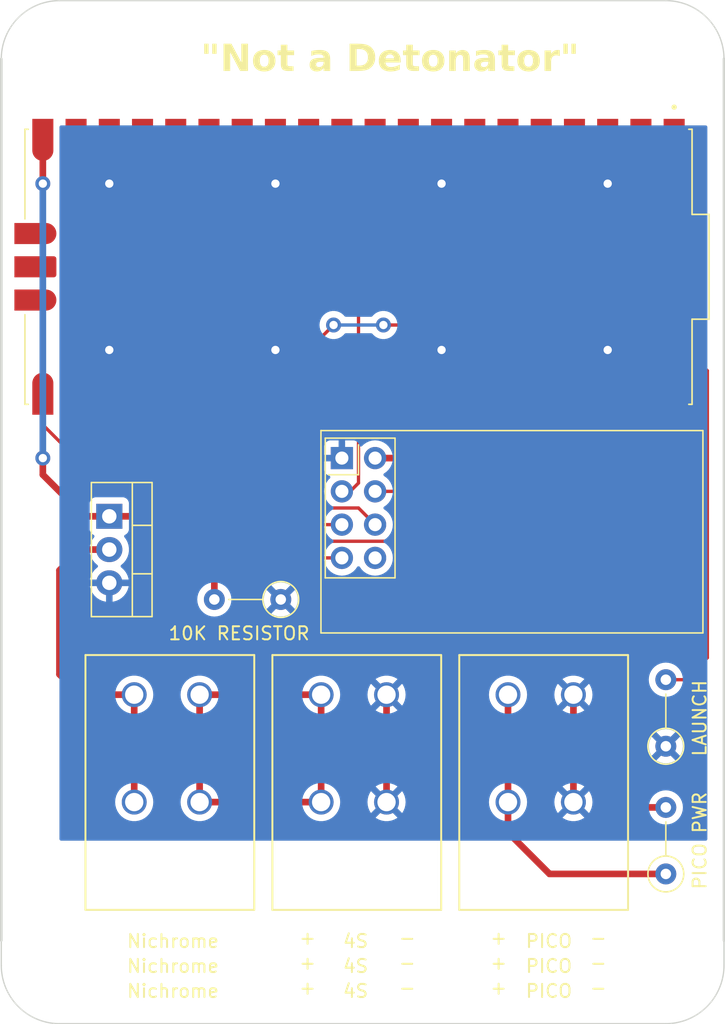
<source format=kicad_pcb>
(kicad_pcb (version 20221018) (generator pcbnew)
  (layers (0 "F.Cu" signal) (31 "B.Cu" signal) (34 "B.Paste" user) (35 "F.Paste" user) (36 "B.SilkS" user "B.Silkscreen") (37 "F.SilkS" user "F.Silkscreen") (38 "B.Mask" user) (39 "F.Mask" user) (44 "Edge.Cuts" user))
  (net 0 "")
  (net 1 "Net-(BT1-+)")
  (net 2 "Net-(BT2-+)")
  (net 3 "GND")
  (net 4 "Net-(Q1-G)")
  (net 5 "Net-(Q1-D)")
  (net 6 "Net-(U2-GP22)")
  (net 7 "Net-(U1-VCC)")
  (net 8 "Net-(U1-CE)")
  (net 9 "Net-(U1-~{CSN})")
  (net 10 "Net-(U1-SCK)")
  (net 11 "Net-(U1-MOSI)")
  (net 12 "Net-(U1-MISO)")
  (net 40 "Net-(U2-VSYS)")
  (footprint "Resistor_THT:R_Axial_DIN0207_L6.3mm_D2.5mm_P5.08mm_Vertical" (layer "F.Cu") (at 182.245 109.63 90)
    (fp_text reference "SW1" hide)
    (fp_text value "SW_Push" hide)
  )
  (footprint "MountingHole:MountingHole_3.5mm" (layer "F.Cu") (at 135.89 126.365 180)
    (fp_text reference "H3" hide)
    (fp_text value "MountingHole" hide)
  )
  (footprint "MountingHole:MountingHole_3.5mm" (layer "F.Cu") (at 182.245 57.15 180)
    (fp_text reference "H2" hide)
    (fp_text value "MountingHole" hide)
  )
  (footprint "Resistor_THT:R_Axial_DIN0207_L6.3mm_D2.5mm_P5.08mm_Vertical" (layer "F.Cu") (at 152.81 98.425 180)
    (fp_text reference "R1" hide)
    (fp_text value "10K OHM" hide)
  )
  (footprint "Package_TO_SOT_THT:TO-220-3_Vertical" (layer "F.Cu") (at 139.7 92.075 -90)
    (fp_text reference "Q1" hide)
    (fp_text value "IRF540N")
  )
  (footprint "Henry!:PICO" (layer "F.Cu") (at 158.75 73.025 -90)
    (fp_text reference "U2" hide)
    (fp_text value "SC0915-PI-Pico" hide)
  )
  (footprint "RF_Module:nRF24L01_Breakout" (layer "F.Cu") (at 157.48 87.63)
    (fp_text reference "U1" hide)
    (fp_text value "NRF24L01_Breakout")
  )
  (footprint "MountingHole:MountingHole_3.5mm" (layer "F.Cu") (at 135.89 57.15 180)
    (fp_text reference "H1" hide)
    (fp_text value "MountingHole" hide)
  )
  (footprint "MountingHole:MountingHole_3.5mm" (layer "F.Cu") (at 182.245 126.365 180)
    (fp_text reference "H4" hide)
    (fp_text value "MountingHole" hide)
  )
  (footprint "Henry!:CONN_2604-1102_WAG" (layer "F.Cu") (at 155.894399 105.6952)
    (fp_text reference "BT2" hide)
    (fp_text value "4_Series_Batt")
  )
  (footprint "Henry!:CONN_2604-1102_WAG" (layer "F.Cu") (at 170.18 105.6952)
    (fp_text reference "BT1" hide)
    (fp_text value "Battery_Pico")
  )
  (footprint "Henry!:CONN_2604-1102_WAG" (layer "F.Cu") (at 141.605 105.6938)
    (fp_text reference "R2" hide)
    (fp_text value "Nichrome Wire")
  )
  (footprint "Resistor_THT:R_Axial_DIN0207_L6.3mm_D2.5mm_P5.08mm_Vertical" (layer "F.Cu") (at 182.245 119.38 90)
    (fp_text reference "SW2" hide)
    (fp_text value "SW_Push" hide)
  )
  (gr_line (start 182.245 52.705) (end 135.89 52.705) (stroke (width 0.1)) (layer "Edge.Cuts"))
  (gr_line (start 186.69 126.365) (end 186.69 124.46) (stroke (width 0.1)) (layer "Edge.Cuts"))
  (gr_arc (start 131.445 57.15) (mid 132.74691 54.00691) (end 135.89 52.705) (stroke (width 0.1)) (layer "Edge.Cuts"))
  (gr_line (start 131.445 57.15) (end 131.445 124.46) (stroke (width 0.2)) (layer "Edge.Cuts"))
  (gr_line (start 135.89 130.81) (end 182.245 130.81) (stroke (width 0.1)) (layer "Edge.Cuts"))
  (gr_line (start 131.445 126.365) (end 131.445 124.46) (stroke (width 0.1)) (layer "Edge.Cuts"))
  (gr_arc (start 186.69 126.365) (mid 185.38809 129.50809) (end 182.245 130.81) (stroke (width 0.1)) (layer "Edge.Cuts"))
  (gr_line (start 186.69 124.46) (end 186.69 57.15) (stroke (width 0.2)) (layer "Edge.Cuts"))
  (gr_arc (start 135.89 130.81) (mid 132.74691 129.50809) (end 131.445 126.365) (stroke (width 0.1)) (layer "Edge.Cuts"))
  (gr_arc (start 182.245 52.705) (mid 185.38809 54.00691) (end 186.69 57.15) (stroke (width 0.1)) (layer "Edge.Cuts"))
  (gr_text "4S" (at 157.48 127) (layer "F.SilkS") (effects (font (size 1 1)) (justify left bottom)))
  (gr_text "-" (at 163.195 127.635 180) (layer "F.SilkS") (effects (font (size 1 1)) (justify left bottom)))
  (gr_text "LAUNCH" (at 185.42 110.49 90) (layer "F.SilkS") (effects (font (size 1 1)) (justify left bottom)))
  (gr_text "+" (at 155.575 127.635 180) (layer "F.SilkS") (effects (font (size 1 1)) (justify left bottom)))
  (gr_text "Nichrome" (at 140.97 125.095) (layer "F.SilkS") (effects (font (size 1 1)) (justify left bottom)))
  (gr_text "PICO" (at 171.45 125.095) (layer "F.SilkS") (effects (font (size 1 1)) (justify left bottom)))
  (gr_text "-" (at 163.195 123.825 180) (layer "F.SilkS") (effects (font (size 1 1)) (justify left bottom)))
  (gr_text "10K RESISTOR" (at 144.145 101.6) (layer "F.SilkS") (effects (font (size 1 1)) (justify left bottom)))
  (gr_text "PICO" (at 171.45 128.905) (layer "F.SilkS") (effects (font (size 1 1)) (justify left bottom)))
  (gr_text "-" (at 177.8 123.825 180) (layer "F.SilkS") (effects (font (size 1 1)) (justify left bottom)))
  (gr_text "-" (at 177.8 125.73 180) (layer "F.SilkS") (effects (font (size 1 1)) (justify left bottom)))
  (gr_text "4S" (at 157.48 125.095) (layer "F.SilkS") (effects (font (size 1 1)) (justify left bottom)))
  (gr_text "Nichrome" (at 140.97 128.905) (layer "F.SilkS") (effects (font (size 1 1)) (justify left bottom)))
  (gr_text "-" (at 163.195 125.73 180) (layer "F.SilkS") (effects (font (size 1 1)) (justify left bottom)))
  (gr_text "+" (at 170.18 123.825 180) (layer "F.SilkS") (effects (font (size 1 1)) (justify left bottom)))
  (gr_text "{dblquote}Not a Detonator{dblquote}" (at 146.685 58.42) (layer "F.SilkS") (effects (font (size 2.0414 2.0414) (thickness 0.15762) italic) (justify left bottom)))
  (gr_text "+" (at 170.18 125.73 180) (layer "F.SilkS") (effects (font (size 1 1)) (justify left bottom)))
  (gr_text "+" (at 170.18 127.635 180) (layer "F.SilkS") (effects (font (size 1 1)) (justify left bottom)))
  (gr_text "PICO PWR" (at 185.42 120.65 90) (layer "F.SilkS") (effects (font (size 1 1)) (justify left bottom)))
  (gr_text "Nichrome" (at 140.97 127) (layer "F.SilkS") (effects (font (size 1 1)) (justify left bottom)))
  (gr_text "4S" (at 157.48 128.905) (layer "F.SilkS") (effects (font (size 1 1)) (justify left bottom)))
  (gr_text "+" (at 155.575 125.73 180) (layer "F.SilkS") (effects (font (size 1 1)) (justify left bottom)))
  (gr_text "-" (at 177.8 127.635 180) (layer "F.SilkS") (effects (font (size 1 1)) (justify left bottom)))
  (gr_text "+" (at 155.575 123.825 180) (layer "F.SilkS") (effects (font (size 1 1)) (justify left bottom)))
  (gr_text "PICO" (at 171.45 127) (layer "F.SilkS") (effects (font (size 1 1)) (justify left bottom)))
  (segment (start 170.18 116.205) (end 173.355 119.38) (width 0.508) (layer "F.Cu") (net 1))
  (segment (start 170.18 113.895199) (end 170.18 116.205) (width 0.508) (layer "F.Cu") (net 1))
  (segment (start 173.355 119.38) (end 182.245 119.38) (width 0.508) (layer "F.Cu") (net 1))
  (segment (start 170.18 113.895199) (end 170.18 105.6952) (width 0.508) (layer "F.Cu") (net 1))
  (segment (start 146.6064 105.6952) (end 146.605 105.6938) (width 0.508) (layer "F.Cu") (net 2))
  (segment (start 155.894399 105.6952) (end 146.6064 105.6952) (width 0.508) (layer "F.Cu") (net 2))
  (segment (start 155.894399 105.6952) (end 155.894399 113.895199) (width 0.508) (layer "F.Cu") (net 2))
  (segment (start 146.6064 113.895199) (end 146.605 113.893799) (width 0.508) (layer "F.Cu") (net 2))
  (segment (start 155.894399 113.895199) (end 146.6064 113.895199) (width 0.508) (layer "F.Cu") (net 2))
  (segment (start 146.605 113.893799) (end 146.605 105.6938) (width 0.508) (layer "F.Cu") (net 2))
  (segment (start 165.1 82.715) (end 165.1 79.375) (width 0.508) (layer "F.Cu") (net 3))
  (segment (start 160.894399 113.895199) (end 160.894399 105.6952) (width 0.508) (layer "F.Cu") (net 3))
  (segment (start 139.7 63.335) (end 139.7 66.675) (width 0.508) (layer "F.Cu") (net 3))
  (segment (start 165.1 63.335) (end 165.1 66.675) (width 0.508) (layer "F.Cu") (net 3))
  (segment (start 152.4 82.715) (end 152.4 79.375) (width 0.508) (layer "F.Cu") (net 3))
  (segment (start 177.8 63.335) (end 177.8 66.675) (width 0.508) (layer "F.Cu") (net 3))
  (segment (start 139.7 82.715) (end 139.7 79.375) (width 0.508) (layer "F.Cu") (net 3))
  (segment (start 152.4 63.335) (end 152.4 66.675) (width 0.508) (layer "F.Cu") (net 3))
  (segment (start 177.8 82.715) (end 177.8 79.375) (width 0.508) (layer "F.Cu") (net 3))
  (segment (start 175.18 113.895199) (end 175.18 105.6952) (width 0.508) (layer "F.Cu") (net 3))
  (via (at 152.4 66.675) (size 1.143) (drill 0.635) (layers "F.Cu" "B.Cu") (net 3))
  (via (at 139.7 79.375) (size 1.143) (drill 0.635) (layers "F.Cu" "B.Cu") (net 3))
  (via (at 139.7 66.675) (size 1.143) (drill 0.635) (layers "F.Cu" "B.Cu") (net 3))
  (via (at 152.4 79.375) (size 1.143) (drill 0.635) (layers "F.Cu" "B.Cu") (net 3))
  (via (at 177.8 66.675) (size 1.143) (drill 0.635) (layers "F.Cu" "B.Cu") (net 3))
  (via (at 165.1 79.375) (size 1.143) (drill 0.635) (layers "F.Cu" "B.Cu") (net 3))
  (via (at 177.8 79.375) (size 1.143) (drill 0.635) (layers "F.Cu" "B.Cu") (net 3))
  (via (at 165.1 66.675) (size 1.143) (drill 0.635) (layers "F.Cu" "B.Cu") (net 3))
  (segment (start 134.62 87.63) (end 134.62 88.9) (width 0.508) (layer "F.Cu") (net 4))
  (segment (start 147.73 95.66) (end 147.73 98.425) (width 0.508) (layer "F.Cu") (net 4))
  (segment (start 134.62 66.675) (end 134.62 63.335) (width 0.508) (layer "F.Cu") (net 4))
  (segment (start 137.795 92.075) (end 139.7 92.075) (width 0.508) (layer "F.Cu") (net 4))
  (segment (start 144.145 92.075) (end 147.73 95.66) (width 0.508) (layer "F.Cu") (net 4))
  (segment (start 139.7 92.075) (end 144.145 92.075) (width 0.508) (layer "F.Cu") (net 4))
  (segment (start 134.62 88.9) (end 137.795 92.075) (width 0.508) (layer "F.Cu") (net 4))
  (via (at 134.62 66.675) (size 1.143) (drill 0.635) (layers "F.Cu" "B.Cu") (net 4))
  (via (at 134.62 87.63) (size 1.143) (drill 0.635) (layers "F.Cu" "B.Cu") (net 4))
  (segment (start 134.62 87.63) (end 134.62 66.675) (width 0.508) (layer "B.Cu") (net 4))
  (segment (start 137.4775 94.615) (end 139.7 94.615) (width 0.508) (layer "F.Cu") (net 5))
  (segment (start 135.89 104.14) (end 135.89 96.2025) (width 0.508) (layer "F.Cu") (net 5))
  (segment (start 141.605 105.6938) (end 141.605 113.893799) (width 0.508) (layer "F.Cu") (net 5))
  (segment (start 137.4438 105.6938) (end 135.89 104.14) (width 0.508) (layer "F.Cu") (net 5))
  (segment (start 141.605 105.6938) (end 137.4438 105.6938) (width 0.508) (layer "F.Cu") (net 5))
  (segment (start 135.89 96.2025) (end 137.4775 94.615) (width 0.508) (layer "F.Cu") (net 5))
  (segment (start 185.42 80.9625) (end 181.9275 77.47) (width 0.254) (layer "F.Cu") (net 6))
  (segment (start 156.845 77.47) (end 154.94 79.375) (width 0.254) (layer "F.Cu") (net 6))
  (segment (start 182.245 104.55) (end 183.74 104.55) (width 0.254) (layer "F.Cu") (net 6))
  (segment (start 154.94 79.375) (end 154.94 82.715) (width 0.254) (layer "F.Cu") (net 6))
  (segment (start 185.42 102.87) (end 185.42 80.9625) (width 0.254) (layer "F.Cu") (net 6))
  (segment (start 181.9275 77.47) (end 160.655 77.47) (width 0.254) (layer "F.Cu") (net 6))
  (segment (start 183.74 104.55) (end 185.42 102.87) (width 0.254) (layer "F.Cu") (net 6))
  (via (at 156.845 77.47) (size 1.143) (drill 0.635) (layers "F.Cu" "B.Cu") (net 6))
  (via (at 160.655 77.47) (size 1.143) (drill 0.635) (layers "F.Cu" "B.Cu") (net 6))
  (segment (start 160.655 77.47) (end 156.845 77.47) (width 0.254) (layer "B.Cu") (net 6))
  (segment (start 172.72 82.715) (end 172.72 86.36) (width 0.508) (layer "F.Cu") (net 7))
  (segment (start 172.72 86.36) (end 171.45 87.63) (width 0.508) (layer "F.Cu") (net 7))
  (segment (start 171.45 87.63) (end 160.02 87.63) (width 0.508) (layer "F.Cu") (net 7))
  (segment (start 157.48 90.17) (end 158.115 90.17) (width 0.254) (layer "F.Cu") (net 8))
  (segment (start 158.75 76.2) (end 167.64 67.31) (width 0.254) (layer "F.Cu") (net 8))
  (segment (start 158.75 89.535) (end 158.75 76.2) (width 0.254) (layer "F.Cu") (net 8))
  (segment (start 167.64 67.31) (end 167.64 63.335) (width 0.254) (layer "F.Cu") (net 8))
  (segment (start 158.115 90.17) (end 158.75 89.535) (width 0.254) (layer "F.Cu") (net 8))
  (segment (start 160.02 90.17) (end 161.925 90.17) (width 0.254) (layer "F.Cu") (net 9))
  (segment (start 151.13 93.98) (end 143.51 86.36) (width 0.254) (layer "F.Cu") (net 9))
  (segment (start 161.925 93.98) (end 151.13 93.98) (width 0.254) (layer "F.Cu") (net 9))
  (segment (start 138.43 86.36) (end 137.16 85.09) (width 0.254) (layer "F.Cu") (net 9))
  (segment (start 161.925 90.17) (end 162.56 90.805) (width 0.254) (layer "F.Cu") (net 9))
  (segment (start 137.16 85.09) (end 137.16 82.715) (width 0.254) (layer "F.Cu") (net 9))
  (segment (start 143.51 86.36) (end 138.43 86.36) (width 0.254) (layer "F.Cu") (net 9))
  (segment (start 162.56 93.345) (end 161.925 93.98) (width 0.254) (layer "F.Cu") (net 9))
  (segment (start 162.56 90.805) (end 162.56 93.345) (width 0.254) (layer "F.Cu") (net 9))
  (segment (start 142.24 85.09) (end 142.875 85.725) (width 0.254) (layer "F.Cu") (net 10))
  (segment (start 151.13 92.71) (end 157.48 92.71) (width 0.254) (layer "F.Cu") (net 10))
  (segment (start 144.145 85.725) (end 151.13 92.71) (width 0.254) (layer "F.Cu") (net 10))
  (segment (start 142.24 82.715) (end 142.24 85.09) (width 0.254) (layer "F.Cu") (net 10))
  (segment (start 142.875 85.725) (end 144.145 85.725) (width 0.254) (layer "F.Cu") (net 10))
  (segment (start 160.02 92.71) (end 158.75 91.44) (width 0.254) (layer "F.Cu") (net 11))
  (segment (start 158.75 91.44) (end 151.13 91.44) (width 0.254) (layer "F.Cu") (net 11))
  (segment (start 144.78 85.09) (end 144.78 82.715) (width 0.254) (layer "F.Cu") (net 11))
  (segment (start 151.13 91.44) (end 144.78 85.09) (width 0.254) (layer "F.Cu") (net 11))
  (segment (start 136.525 86.995) (end 134.62 85.09) (width 0.254) (layer "F.Cu") (net 12))
  (segment (start 134.62 85.09) (end 134.62 82.715) (width 0.254) (layer "F.Cu") (net 12))
  (segment (start 151.13 95.25) (end 142.875 86.995) (width 0.254) (layer "F.Cu") (net 12))
  (segment (start 142.875 86.995) (end 136.525 86.995) (width 0.254) (layer "F.Cu") (net 12))
  (segment (start 157.48 95.25) (end 151.13 95.25) (width 0.254) (layer "F.Cu") (net 12))
  (segment (start 179.705 114.3) (end 182.245 114.3) (width 0.508) (layer "F.Cu") (net 40))
  (segment (start 180.34 82.715) (end 180.34 88.265) (width 0.508) (layer "F.Cu") (net 40))
  (segment (start 178.435 113.03) (end 179.705 114.3) (width 0.508) (layer "F.Cu") (net 40))
  (segment (start 178.435 90.17) (end 178.435 113.03) (width 0.508) (layer "F.Cu") (net 40))
  (segment (start 180.34 88.265) (end 178.435 90.17) (width 0.508) (layer "F.Cu") (net 40))
  (zone (net 3) (net_name "GND") (layer "B.Cu") (connect_pads (clearance 0.5)) (min_thickness 0.25) (fill yes (thermal_gap 0.5) (thermal_bridge_width 0.5))
    (polygon (pts (xy 185.42 116.84) (xy 135.89 116.84) (xy 135.89 62.23) (xy 185.42 62.23)))
  )
)
</source>
